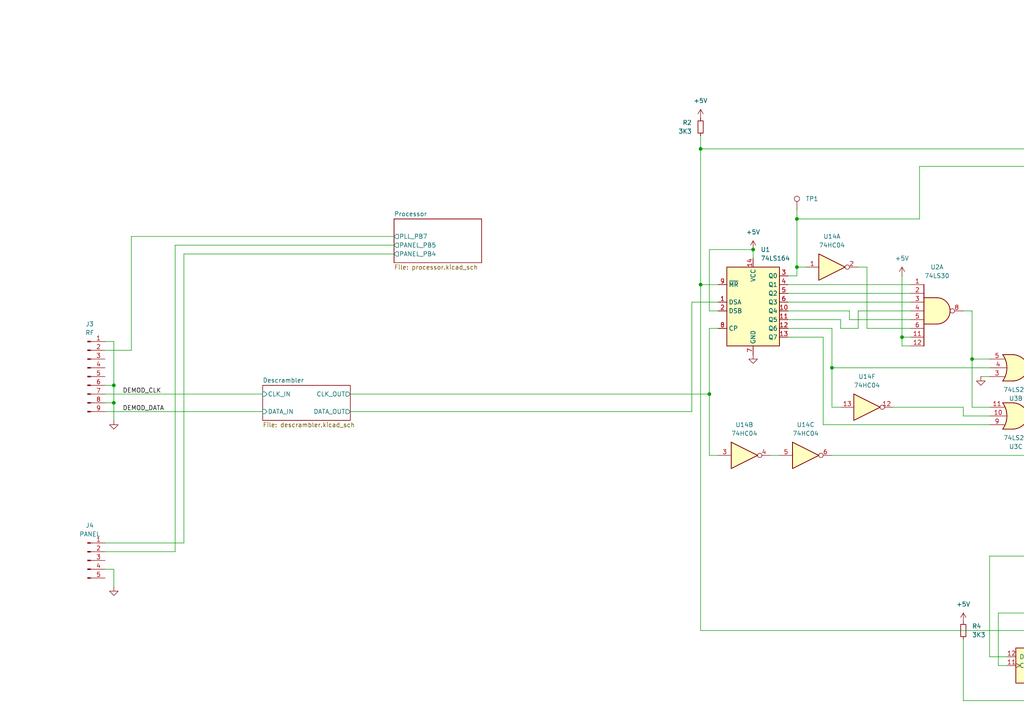
<source format=kicad_sch>
(kicad_sch (version 20231120) (generator "eeschema") (generator_version "8.0")
  (paper "A4")
  (title_block (title "NABU Network Adapter Logic (INCOMPLETE)") (date "2024-03-23") (rev "20240322") (company "ShareBrained Technology, Inc.") (comment 1 "Copyright (C) 2024 Jared Boone") (comment 2 "Open-source licensed under CERN-OHL-P-2.0") (comment 3 "https://ohwr.org/project/cernohl/wikis/Documents/CERN-OHL-version-2"))
  (lib_symbols
    (symbol "74xx:74HC04"
      (property "Reference" "U" (at 0 1.27 0))
      (property "Value" "74HC04" (at 0 -1.27 0))
      (symbol "74HC04_1_0"
        (polyline (pts (xy -3.81 3.81) (xy -3.81 -3.81) (xy 3.81 0) (xy -3.81 3.81)) (stroke (width 0.254)) (fill (type background)))
        (pin input line (at -7.62 0 0) (length 3.81) (name "~") (number "1"))
        (pin output inverted (at 7.62 0 180) (length 3.81) (name "~") (number "2"))
      )
      (symbol "74HC04_2_0"
        (polyline (pts (xy -3.81 3.81) (xy -3.81 -3.81) (xy 3.81 0) (xy -3.81 3.81)) (stroke (width 0.254)) (fill (type background)))
        (pin input line (at -7.62 0 0) (length 3.81) (name "~") (number "3"))
        (pin output inverted (at 7.62 0 180) (length 3.81) (name "~") (number "4"))
      )
      (symbol "74HC04_3_0"
        (polyline (pts (xy -3.81 3.81) (xy -3.81 -3.81) (xy 3.81 0) (xy -3.81 3.81)) (stroke (width 0.254)) (fill (type background)))
        (pin input line (at -7.62 0 0) (length 3.81) (name "~") (number "5"))
        (pin output inverted (at 7.62 0 180) (length 3.81) (name "~") (number "6"))
      )
      (symbol "74HC04_4_0"
        (polyline (pts (xy -3.81 3.81) (xy -3.81 -3.81) (xy 3.81 0) (xy -3.81 3.81)) (stroke (width 0.254)) (fill (type background)))
        (pin output inverted (at 7.62 0 180) (length 3.81) (name "~") (number "8"))
        (pin input line (at -7.62 0 0) (length 3.81) (name "~") (number "9"))
      )
      (symbol "74HC04_5_0"
        (polyline (pts (xy -3.81 3.81) (xy -3.81 -3.81) (xy 3.81 0) (xy -3.81 3.81)) (stroke (width 0.254)) (fill (type background)))
        (pin output inverted (at 7.62 0 180) (length 3.81) (name "~") (number "10"))
        (pin input line (at -7.62 0 0) (length 3.81) (name "~") (number "11"))
      )
      (symbol "74HC04_6_0"
        (polyline (pts (xy -3.81 3.81) (xy -3.81 -3.81) (xy 3.81 0) (xy -3.81 3.81)) (stroke (width 0.254)) (fill (type background)))
        (pin output inverted (at 7.62 0 180) (length 3.81) (name "~") (number "12"))
        (pin input line (at -7.62 0 0) (length 3.81) (name "~") (number "13"))
      )
      (symbol "74HC04_7_0"
        (pin power_in line (at 0 12.7 270) (length 5.08) (name "VCC") (number "14"))
        (pin power_in line (at 0 -12.7 90) (length 5.08) (name "GND") (number "7"))
      )
      (symbol "74HC04_7_1"
        (rectangle (start -5.08 7.62) (end 5.08 -7.62) (stroke (width 0.254)) (fill (type background)))
      )
    )
    (symbol "74xx:74HC164"
      (property "Reference" "U" (at 1.905 -13.97 0))
      (property "Value" "74HC164" (at 1.905 -16.51 0))
      (symbol "74HC164_0_1"
        (rectangle (start 7.62 10.16) (end -7.62 -12.7) (stroke (width 0.254)) (fill (type background)))
      )
      (symbol "74HC164_1_1"
        (pin input line (at -10.16 0 0) (length 2.54) (name "DSA") (number "1"))
        (pin output line (at 10.16 -2.54 180) (length 2.54) (name "Q4") (number "10"))
        (pin output line (at 10.16 -5.08 180) (length 2.54) (name "Q5") (number "11"))
        (pin output line (at 10.16 -7.62 180) (length 2.54) (name "Q6") (number "12"))
        (pin output line (at 10.16 -10.16 180) (length 2.54) (name "Q7") (number "13"))
        (pin power_in line (at 0 12.7 270) (length 2.54) (name "VCC") (number "14"))
        (pin input line (at -10.16 -2.54 0) (length 2.54) (name "DSB") (number "2"))
        (pin output line (at 10.16 7.62 180) (length 2.54) (name "Q0") (number "3"))
        (pin output line (at 10.16 5.08 180) (length 2.54) (name "Q1") (number "4"))
        (pin output line (at 10.16 2.54 180) (length 2.54) (name "Q2") (number "5"))
        (pin output line (at 10.16 0 180) (length 2.54) (name "Q3") (number "6"))
        (pin power_in line (at 0 -15.24 90) (length 2.54) (name "GND") (number "7"))
        (pin input line (at -10.16 -7.62 0) (length 2.54) (name "CP") (number "8"))
        (pin input line (at -10.16 5.08 0) (length 2.54) (name "~{MR}") (number "9"))
      )
    )
    (symbol "74xx:74LS00" (pin_names (offset 1.016))
      (property "Reference" "U" (at 0 1.27 0))
      (property "Value" "74LS00" (at 0 -1.27 0))
      (symbol "74LS00_1_1"
        (arc (start 0 -3.81) (mid 3.7934 0) (end 0 3.81) (stroke (width 0.254)) (fill (type background)))
        (polyline (pts (xy 0 3.81) (xy -3.81 3.81) (xy -3.81 -3.81) (xy 0 -3.81)) (stroke (width 0.254)) (fill (type background)))
        (pin input line (at -7.62 2.54 0) (length 3.81) (name "~") (number "1"))
        (pin input line (at -7.62 -2.54 0) (length 3.81) (name "~") (number "2"))
        (pin output inverted (at 7.62 0 180) (length 3.81) (name "~") (number "3"))
      )
      (symbol "74LS00_1_2"
        (arc (start -3.81 -3.81) (mid -2.589 0) (end -3.81 3.81) (stroke (width 0.254)))
        (arc (start -0.6096 -3.81) (mid 2.1842 -2.5851) (end 3.81 0) (stroke (width 0.254)) (fill (type background)))
        (polyline (pts (xy -3.81 -3.81) (xy -0.635 -3.81)) (stroke (width 0.254)) (fill (type background)))
        (polyline (pts (xy -3.81 3.81) (xy -0.635 3.81)) (stroke (width 0.254)) (fill (type background)))
        (polyline (pts (xy -0.635 3.81) (xy -3.81 3.81) (xy -3.81 3.81) (xy -3.556 3.4036) (xy -3.0226 2.2606) (xy -2.6924 1.0414) (xy -2.6162 -0.254) (xy -2.7686 -1.4986) (xy -3.175 -2.7178) (xy -3.81 -3.81) (xy -3.81 -3.81) (xy -0.635 -3.81)) (stroke (width -25.4)) (fill (type background)))
        (arc (start 3.81 0) (mid 2.1915 2.5936) (end -0.6096 3.81) (stroke (width 0.254)) (fill (type background)))
        (pin input inverted (at -7.62 2.54 0) (length 4.318) (name "~") (number "1"))
        (pin input inverted (at -7.62 -2.54 0) (length 4.318) (name "~") (number "2"))
        (pin output line (at 7.62 0 180) (length 3.81) (name "~") (number "3"))
      )
      (symbol "74LS00_2_1"
        (arc (start 0 -3.81) (mid 3.7934 0) (end 0 3.81) (stroke (width 0.254)) (fill (type background)))
        (polyline (pts (xy 0 3.81) (xy -3.81 3.81) (xy -3.81 -3.81) (xy 0 -3.81)) (stroke (width 0.254)) (fill (type background)))
        (pin input line (at -7.62 2.54 0) (length 3.81) (name "~") (number "4"))
        (pin input line (at -7.62 -2.54 0) (length 3.81) (name "~") (number "5"))
        (pin output inverted (at 7.62 0 180) (length 3.81) (name "~") (number "6"))
      )
      (symbol "74LS00_2_2"
        (arc (start -3.81 -3.81) (mid -2.589 0) (end -3.81 3.81) (stroke (width 0.254)))
        (arc (start -0.6096 -3.81) (mid 2.1842 -2.5851) (end 3.81 0) (stroke (width 0.254)) (fill (type background)))
        (polyline (pts (xy -3.81 -3.81) (xy -0.635 -3.81)) (stroke (width 0.254)) (fill (type background)))
        (polyline (pts (xy -3.81 3.81) (xy -0.635 3.81)) (stroke (width 0.254)) (fill (type background)))
        (polyline (pts (xy -0.635 3.81) (xy -3.81 3.81) (xy -3.81 3.81) (xy -3.556 3.4036) (xy -3.0226 2.2606) (xy -2.6924 1.0414) (xy -2.6162 -0.254) (xy -2.7686 -1.4986) (xy -3.175 -2.7178) (xy -3.81 -3.81) (xy -3.81 -3.81) (xy -0.635 -3.81)) (stroke (width -25.4)) (fill (type background)))
        (arc (start 3.81 0) (mid 2.1915 2.5936) (end -0.6096 3.81) (stroke (width 0.254)) (fill (type background)))
        (pin input inverted (at -7.62 2.54 0) (length 4.318) (name "~") (number "4"))
        (pin input inverted (at -7.62 -2.54 0) (length 4.318) (name "~") (number "5"))
        (pin output line (at 7.62 0 180) (length 3.81) (name "~") (number "6"))
      )
      (symbol "74LS00_3_1"
        (arc (start 0 -3.81) (mid 3.7934 0) (end 0 3.81) (stroke (width 0.254)) (fill (type background)))
        (polyline (pts (xy 0 3.81) (xy -3.81 3.81) (xy -3.81 -3.81) (xy 0 -3.81)) (stroke (width 0.254)) (fill (type background)))
        (pin input line (at -7.62 -2.54 0) (length 3.81) (name "~") (number "10"))
        (pin output inverted (at 7.62 0 180) (length 3.81) (name "~") (number "8"))
        (pin input line (at -7.62 2.54 0) (length 3.81) (name "~") (number "9"))
      )
      (symbol "74LS00_3_2"
        (arc (start -3.81 -3.81) (mid -2.589 0) (end -3.81 3.81) (stroke (width 0.254)))
        (arc (start -0.6096 -3.81) (mid 2.1842 -2.5851) (end 3.81 0) (stroke (width 0.254)) (fill (type background)))
        (polyline (pts (xy -3.81 -3.81) (xy -0.635 -3.81)) (stroke (width 0.254)) (fill (type background)))
        (polyline (pts (xy -3.81 3.81) (xy -0.635 3.81)) (stroke (width 0.254)) (fill (type background)))
        (polyline (pts (xy -0.635 3.81) (xy -3.81 3.81) (xy -3.81 3.81) (xy -3.556 3.4036) (xy -3.0226 2.2606) (xy -2.6924 1.0414) (xy -2.6162 -0.254) (xy -2.7686 -1.4986) (xy -3.175 -2.7178) (xy -3.81 -3.81) (xy -3.81 -3.81) (xy -0.635 -3.81)) (stroke (width -25.4)) (fill (type background)))
        (arc (start 3.81 0) (mid 2.1915 2.5936) (end -0.6096 3.81) (stroke (width 0.254)) (fill (type background)))
        (pin input inverted (at -7.62 -2.54 0) (length 4.318) (name "~") (number "10"))
        (pin output line (at 7.62 0 180) (length 3.81) (name "~") (number "8"))
        (pin input inverted (at -7.62 2.54 0) (length 4.318) (name "~") (number "9"))
      )
      (symbol "74LS00_4_1"
        (arc (start 0 -3.81) (mid 3.7934 0) (end 0 3.81) (stroke (width 0.254)) (fill (type background)))
        (polyline (pts (xy 0 3.81) (xy -3.81 3.81) (xy -3.81 -3.81) (xy 0 -3.81)) (stroke (width 0.254)) (fill (type background)))
        (pin output inverted (at 7.62 0 180) (length 3.81) (name "~") (number "11"))
        (pin input line (at -7.62 2.54 0) (length 3.81) (name "~") (number "12"))
        (pin input line (at -7.62 -2.54 0) (length 3.81) (name "~") (number "13"))
      )
      (symbol "74LS00_4_2"
        (arc (start -3.81 -3.81) (mid -2.589 0) (end -3.81 3.81) (stroke (width 0.254)))
        (arc (start -0.6096 -3.81) (mid 2.1842 -2.5851) (end 3.81 0) (stroke (width 0.254)) (fill (type background)))
        (polyline (pts (xy -3.81 -3.81) (xy -0.635 -3.81)) (stroke (width 0.254)) (fill (type background)))
        (polyline (pts (xy -3.81 3.81) (xy -0.635 3.81)) (stroke (width 0.254)) (fill (type background)))
        (polyline (pts (xy -0.635 3.81) (xy -3.81 3.81) (xy -3.81 3.81) (xy -3.556 3.4036) (xy -3.0226 2.2606) (xy -2.6924 1.0414) (xy -2.6162 -0.254) (xy -2.7686 -1.4986) (xy -3.175 -2.7178) (xy -3.81 -3.81) (xy -3.81 -3.81) (xy -0.635 -3.81)) (stroke (width -25.4)) (fill (type background)))
        (arc (start 3.81 0) (mid 2.1915 2.5936) (end -0.6096 3.81) (stroke (width 0.254)) (fill (type background)))
        (pin output line (at 7.62 0 180) (length 3.81) (name "~") (number "11"))
        (pin input inverted (at -7.62 2.54 0) (length 4.318) (name "~") (number "12"))
        (pin input inverted (at -7.62 -2.54 0) (length 4.318) (name "~") (number "13"))
      )
      (symbol "74LS00_5_0"
        (pin power_in line (at 0 12.7 270) (length 5.08) (name "VCC") (number "14"))
        (pin power_in line (at 0 -12.7 90) (length 5.08) (name "GND") (number "7"))
      )
      (symbol "74LS00_5_1"
        (rectangle (start -5.08 7.62) (end 5.08 -7.62) (stroke (width 0.254)) (fill (type background)))
      )
    )
    (symbol "74xx:74LS27" (pin_names (offset 1.016))
      (property "Reference" "U" (at 0 1.27 0))
      (property "Value" "74LS27" (at 0 -1.27 0))
      (symbol "74LS27_1_1"
        (arc (start -3.81 -3.81) (mid -2.589 0) (end -3.81 3.81) (stroke (width 0.254)))
        (arc (start -0.6096 -3.81) (mid 2.1842 -2.5851) (end 3.81 0) (stroke (width 0.254)) (fill (type background)))
        (polyline (pts (xy -3.81 -3.81) (xy -0.635 -3.81)) (stroke (width 0.254)) (fill (type background)))
        (polyline (pts (xy -3.81 3.81) (xy -0.635 3.81)) (stroke (width 0.254)) (fill (type background)))
        (polyline (pts (xy -0.635 3.81) (xy -3.81 3.81) (xy -3.81 3.81) (xy -3.556 3.4036) (xy -3.0226 2.2606) (xy -2.6924 1.0414) (xy -2.6162 -0.254) (xy -2.7686 -1.4986) (xy -3.175 -2.7178) (xy -3.81 -3.81) (xy -3.81 -3.81) (xy -0.635 -3.81)) (stroke (width -25.4)) (fill (type background)))
        (arc (start 3.81 0) (mid 2.1915 2.5936) (end -0.6096 3.81) (stroke (width 0.254)) (fill (type background)))
        (pin input line (at -7.62 2.54 0) (length 4.318) (name "~") (number "1"))
        (pin output inverted (at 7.62 0 180) (length 3.81) (name "~") (number "12"))
        (pin input line (at -7.62 -2.54 0) (length 4.318) (name "~") (number "13"))
        (pin input line (at -7.62 0 0) (length 4.953) (name "~") (number "2"))
      )
      (symbol "74LS27_1_2"
        (arc (start 0 -3.81) (mid 3.7934 0) (end 0 3.81) (stroke (width 0.254)) (fill (type background)))
        (polyline (pts (xy 0 3.81) (xy -3.81 3.81) (xy -3.81 -3.81) (xy 0 -3.81)) (stroke (width 0.254)) (fill (type background)))
        (pin input inverted (at -7.62 2.54 0) (length 3.81) (name "~") (number "1"))
        (pin output line (at 7.62 0 180) (length 3.81) (name "~") (number "12"))
        (pin input inverted (at -7.62 -2.54 0) (length 3.81) (name "~") (number "13"))
        (pin input inverted (at -7.62 0 0) (length 3.81) (name "~") (number "2"))
      )
      (symbol "74LS27_2_1"
        (arc (start -3.81 -3.81) (mid -2.589 0) (end -3.81 3.81) (stroke (width 0.254)))
        (arc (start -0.6096 -3.81) (mid 2.1842 -2.5851) (end 3.81 0) (stroke (width 0.254)) (fill (type background)))
        (polyline (pts (xy -3.81 -3.81) (xy -0.635 -3.81)) (stroke (width 0.254)) (fill (type background)))
        (polyline (pts (xy -3.81 3.81) (xy -0.635 3.81)) (stroke (width 0.254)) (fill (type background)))
        (polyline (pts (xy -0.635 3.81) (xy -3.81 3.81) (xy -3.81 3.81) (xy -3.556 3.4036) (xy -3.0226 2.2606) (xy -2.6924 1.0414) (xy -2.6162 -0.254) (xy -2.7686 -1.4986) (xy -3.175 -2.7178) (xy -3.81 -3.81) (xy -3.81 -3.81) (xy -0.635 -3.81)) (stroke (width -25.4)) (fill (type background)))
        (arc (start 3.81 0) (mid 2.1915 2.5936) (end -0.6096 3.81) (stroke (width 0.254)) (fill (type background)))
        (pin input line (at -7.62 2.54 0) (length 4.318) (name "~") (number "3"))
        (pin input line (at -7.62 0 0) (length 4.953) (name "~") (number "4"))
        (pin input line (at -7.62 -2.54 0) (length 4.318) (name "~") (number "5"))
        (pin output inverted (at 7.62 0 180) (length 3.81) (name "~") (number "6"))
      )
      (symbol "74LS27_2_2"
        (arc (start 0 -3.81) (mid 3.7934 0) (end 0 3.81) (stroke (width 0.254)) (fill (type background)))
        (polyline (pts (xy 0 3.81) (xy -3.81 3.81) (xy -3.81 -3.81) (xy 0 -3.81)) (stroke (width 0.254)) (fill (type background)))
        (pin input inverted (at -7.62 2.54 0) (length 3.81) (name "~") (number "3"))
        (pin input inverted (at -7.62 0 0) (length 3.81) (name "~") (number "4"))
        (pin input inverted (at -7.62 -2.54 0) (length 3.81) (name "~") (number "5"))
        (pin output line (at 7.62 0 180) (length 3.81) (name "~") (number "6"))
      )
      (symbol "74LS27_3_1"
        (arc (start -3.81 -3.81) (mid -2.589 0) (end -3.81 3.81) (stroke (width 0.254)))
        (arc (start -0.6096 -3.81) (mid 2.1842 -2.5851) (end 3.81 0) (stroke (width 0.254)) (fill (type background)))
        (polyline (pts (xy -3.81 -3.81) (xy -0.635 -3.81)) (stroke (width 0.254)) (fill (type background)))
        (polyline (pts (xy -3.81 3.81) (xy -0.635 3.81)) (stroke (width 0.254)) (fill (type background)))
        (polyline (pts (xy -0.635 3.81) (xy -3.81 3.81) (xy -3.81 3.81) (xy -3.556 3.4036) (xy -3.0226 2.2606) (xy -2.6924 1.0414) (xy -2.6162 -0.254) (xy -2.7686 -1.4986) (xy -3.175 -2.7178) (xy -3.81 -3.81) (xy -3.81 -3.81) (xy -0.635 -3.81)) (stroke (width -25.4)) (fill (type background)))
        (arc (start 3.81 0) (mid 2.1915 2.5936) (end -0.6096 3.81) (stroke (width 0.254)) (fill (type background)))
        (pin input line (at -7.62 0 0) (length 4.953) (name "~") (number "10"))
        (pin input line (at -7.62 -2.54 0) (length 4.318) (name "~") (number "11"))
        (pin output inverted (at 7.62 0 180) (length 3.81) (name "~") (number "8"))
        (pin input line (at -7.62 2.54 0) (length 4.318) (name "~") (number "9"))
      )
      (symbol "74LS27_3_2"
        (arc (start 0 -3.81) (mid 3.7934 0) (end 0 3.81) (stroke (width 0.254)) (fill (type background)))
        (polyline (pts (xy 0 3.81) (xy -3.81 3.81) (xy -3.81 -3.81) (xy 0 -3.81)) (stroke (width 0.254)) (fill (type background)))
        (pin input inverted (at -7.62 0 0) (length 3.81) (name "~") (number "10"))
        (pin input inverted (at -7.62 -2.54 0) (length 3.81) (name "~") (number "11"))
        (pin output line (at 7.62 0 180) (length 3.81) (name "~") (number "8"))
        (pin input inverted (at -7.62 2.54 0) (length 3.81) (name "~") (number "9"))
      )
      (symbol "74LS27_4_0"
        (pin power_in line (at 0 12.7 270) (length 5.08) (name "VCC") (number "14"))
        (pin power_in line (at 0 -12.7 90) (length 5.08) (name "GND") (number "7"))
      )
      (symbol "74LS27_4_1"
        (rectangle (start -5.08 7.62) (end 5.08 -7.62) (stroke (width 0.254)) (fill (type background)))
      )
    )
    (symbol "74xx:74LS30" (pin_names (offset 1.016))
      (property "Reference" "U" (at 0 1.27 0))
      (property "Value" "74LS30" (at 0 -1.27 0))
      (symbol "74LS30_1_1"
        (arc (start 0 -3.81) (mid 3.7934 0) (end 0 3.81) (stroke (width 0.254)) (fill (type background)))
        (polyline (pts (xy -3.81 7.62) (xy -3.81 -10.16)) (stroke (width 0.254)))
        (polyline (pts (xy 0 3.81) (xy -3.81 3.81) (xy -3.81 -3.81) (xy 0 -3.81)) (stroke (width 0.254)) (fill (type background)))
        (pin input line (at -7.62 7.62 0) (length 3.81) (name "~") (number "1"))
        (pin input line (at -7.62 -7.62 0) (length 3.81) (name "~") (number "11"))
        (pin input line (at -7.62 -10.16 0) (length 3.81) (name "~") (number "12"))
        (pin input line (at -7.62 5.08 0) (length 3.81) (name "~") (number "2"))
        (pin input line (at -7.62 2.54 0) (length 3.81) (name "~") (number "3"))
        (pin input line (at -7.62 0 0) (length 3.81) (name "~") (number "4"))
        (pin input line (at -7.62 -2.54 0) (length 3.81) (name "~") (number "5"))
        (pin input line (at -7.62 -5.08 0) (length 3.81) (name "~") (number "6"))
        (pin output inverted (at 7.62 0 180) (length 3.81) (name "~") (number "8"))
      )
      (symbol "74LS30_1_2"
        (arc (start -3.81 -3.81) (mid -2.589 0) (end -3.81 3.81) (stroke (width 0.254)))
        (arc (start -0.6096 -3.81) (mid 2.1842 -2.5851) (end 3.81 0) (stroke (width 0.254)) (fill (type background)))
        (polyline (pts (xy -3.81 -3.81) (xy -3.81 -10.16)) (stroke (width 0.254)))
        (polyline (pts (xy -3.81 -3.81) (xy -0.635 -3.81)) (stroke (width 0.254)) (fill (type background)))
        (polyline (pts (xy -3.81 3.81) (xy -0.635 3.81)) (stroke (width 0.254)) (fill (type background)))
        (polyline (pts (xy -3.81 7.62) (xy -3.81 3.81)) (stroke (width 0.254)))
        (polyline (pts (xy -0.635 3.81) (xy -3.81 3.81) (xy -3.81 3.81) (xy -3.556 3.4036) (xy -3.0226 2.2606) (xy -2.6924 1.0414) (xy -2.6162 -0.254) (xy -2.7686 -1.4986) (xy -3.175 -2.7178) (xy -3.81 -3.81) (xy -3.81 -3.81) (xy -0.635 -3.81)) (stroke (width -25.4)) (fill (type background)))
        (arc (start 3.81 0) (mid 2.1915 2.5936) (end -0.6096 3.81) (stroke (width 0.254)) (fill (type background)))
        (pin input inverted (at -7.62 7.62 0) (length 3.81) (name "~") (number "1"))
        (pin input inverted (at -7.62 -7.62 0) (length 3.81) (name "~") (number "11"))
        (pin input inverted (at -7.62 -10.16 0) (length 3.81) (name "~") (number "12"))
        (pin input inverted (at -7.62 5.08 0) (length 3.81) (name "~") (number "2"))
        (pin input inverted (at -7.62 2.54 0) (length 4.5466) (name "~") (number "3"))
        (pin input inverted (at -7.62 0 0) (length 5.08) (name "~") (number "4"))
        (pin input inverted (at -7.62 -2.54 0) (length 4.5466) (name "~") (number "5"))
        (pin input inverted (at -7.62 -5.08 0) (length 3.81) (name "~") (number "6"))
        (pin output line (at 7.62 0 180) (length 3.81) (name "~") (number "8"))
      )
      (symbol "74LS30_2_0"
        (pin power_in line (at 0 12.7 270) (length 5.08) (name "VCC") (number "14"))
        (pin power_in line (at 0 -12.7 90) (length 5.08) (name "GND") (number "7"))
      )
      (symbol "74LS30_2_1"
        (rectangle (start -5.08 7.62) (end 5.08 -7.62) (stroke (width 0.254)) (fill (type background)))
      )
    )
    (symbol "74xx:74LS74" (pin_names (offset 1.016))
      (property "Reference" "U" (at -7.62 8.89 0))
      (property "Value" "74LS74" (at -7.62 -8.89 0))
      (symbol "74LS74_1_0"
        (pin input line (at 0 -7.62 90) (length 2.54) (name "~{R}") (number "1"))
        (pin input line (at -7.62 2.54 0) (length 2.54) (name "D") (number "2"))
        (pin input clock (at -7.62 0 0) (length 2.54) (name "C") (number "3"))
        (pin input line (at 0 7.62 270) (length 2.54) (name "~{S}") (number "4"))
        (pin output line (at 7.62 2.54 180) (length 2.54) (name "Q") (number "5"))
        (pin output line (at 7.62 -2.54 180) (length 2.54) (name "~{Q}") (number "6"))
      )
      (symbol "74LS74_1_1"
        (rectangle (start -5.08 5.08) (end 5.08 -5.08) (stroke (width 0.254)) (fill (type background)))
      )
      (symbol "74LS74_2_0"
        (pin input line (at 0 7.62 270) (length 2.54) (name "~{S}") (number "10"))
        (pin input clock (at -7.62 0 0) (length 2.54) (name "C") (number "11"))
        (pin input line (at -7.62 2.54 0) (length 2.54) (name "D") (number "12"))
        (pin input line (at 0 -7.62 90) (length 2.54) (name "~{R}") (number "13"))
        (pin output line (at 7.62 -2.54 180) (length 2.54) (name "~{Q}") (number "8"))
        (pin output line (at 7.62 2.54 180) (length 2.54) (name "Q") (number "9"))
      )
      (symbol "74LS74_2_1"
        (rectangle (start -5.08 5.08) (end 5.08 -5.08) (stroke (width 0.254)) (fill (type background)))
      )
      (symbol "74LS74_3_0"
        (pin power_in line (at 0 10.16 270) (length 2.54) (name "VCC") (number "14"))
        (pin power_in line (at 0 -10.16 90) (length 2.54) (name "GND") (number "7"))
      )
      (symbol "74LS74_3_1"
        (rectangle (start -5.08 7.62) (end 5.08 -7.62) (stroke (width 0.254)) (fill (type background)))
      )
    )
    (symbol "Connector:Conn_01x05_Pin" (pin_names (offset 1.016) hide)
      (property "Reference" "J" (at 0 7.62 0))
      (property "Value" "Conn_01x05_Pin" (at 0 -7.62 0))
      (symbol "Conn_01x05_Pin_1_1"
        (polyline (pts (xy 1.27 -5.08) (xy 0.8636 -5.08)) (stroke (width 0.1524)))
        (polyline (pts (xy 1.27 -2.54) (xy 0.8636 -2.54)) (stroke (width 0.1524)))
        (polyline (pts (xy 1.27 0) (xy 0.8636 0)) (stroke (width 0.1524)))
        (polyline (pts (xy 1.27 2.54) (xy 0.8636 2.54)) (stroke (width 0.1524)))
        (polyline (pts (xy 1.27 5.08) (xy 0.8636 5.08)) (stroke (width 0.1524)))
        (rectangle (start 0.8636 -4.953) (end 0 -5.207) (stroke (width 0.1524)) (fill (type outline)))
        (rectangle (start 0.8636 -2.413) (end 0 -2.667) (stroke (width 0.1524)) (fill (type outline)))
        (rectangle (start 0.8636 0.127) (end 0 -0.127) (stroke (width 0.1524)) (fill (type outline)))
        (rectangle (start 0.8636 2.667) (end 0 2.413) (stroke (width 0.1524)) (fill (type outline)))
        (rectangle (start 0.8636 5.207) (end 0 4.953) (stroke (width 0.1524)) (fill (type outline)))
        (pin passive line (at 5.08 5.08 180) (length 3.81) (name "Pin_1") (number "1"))
        (pin passive line (at 5.08 2.54 180) (length 3.81) (name "Pin_2") (number "2"))
        (pin passive line (at 5.08 0 180) (length 3.81) (name "Pin_3") (number "3"))
        (pin passive line (at 5.08 -2.54 180) (length 3.81) (name "Pin_4") (number "4"))
        (pin passive line (at 5.08 -5.08 180) (length 3.81) (name "Pin_5") (number "5"))
      )
    )
    (symbol "Connector:Conn_01x09_Pin" (pin_names (offset 1.016) hide)
      (property "Reference" "J" (at 0 12.7 0))
      (property "Value" "Conn_01x09_Pin" (at 0 -12.7 0))
      (symbol "Conn_01x09_Pin_1_1"
        (polyline (pts (xy 1.27 -10.16) (xy 0.8636 -10.16)) (stroke (width 0.1524)))
        (polyline (pts (xy 1.27 -7.62) (xy 0.8636 -7.62)) (stroke (width 0.1524)))
        (polyline (pts (xy 1.27 -5.08) (xy 0.8636 -5.08)) (stroke (width 0.1524)))
        (polyline (pts (xy 1.27 -2.54) (xy 0.8636 -2.54)) (stroke (width 0.1524)))
        (polyline (pts (xy 1.27 0) (xy 0.8636 0)) (stroke (width 0.1524)))
        (polyline (pts (xy 1.27 2.54) (xy 0.8636 2.54)) (stroke (width 0.1524)))
        (polyline (pts (xy 1.27 5.08) (xy 0.8636 5.08)) (stroke (width 0.1524)))
        (polyline (pts (xy 1.27 7.62) (xy 0.8636 7.62)) (stroke (width 0.1524)))
        (polyline (pts (xy 1.27 10.16) (xy 0.8636 10.16)) (stroke (width 0.1524)))
        (rectangle (start 0.8636 -10.033) (end 0 -10.287) (stroke (width 0.1524)) (fill (type outline)))
        (rectangle (start 0.8636 -7.493) (end 0 -7.747) (stroke (width 0.1524)) (fill (type outline)))
        (rectangle (start 0.8636 -4.953) (end 0 -5.207) (stroke (width 0.1524)) (fill (type outline)))
        (rectangle (start 0.8636 -2.413) (end 0 -2.667) (stroke (width 0.1524)) (fill (type outline)))
        (rectangle (start 0.8636 0.127) (end 0 -0.127) (stroke (width 0.1524)) (fill (type outline)))
        (rectangle (start 0.8636 2.667) (end 0 2.413) (stroke (width 0.1524)) (fill (type outline)))
        (rectangle (start 0.8636 5.207) (end 0 4.953) (stroke (width 0.1524)) (fill (type outline)))
        (rectangle (start 0.8636 7.747) (end 0 7.493) (stroke (width 0.1524)) (fill (type outline)))
        (rectangle (start 0.8636 10.287) (end 0 10.033) (stroke (width 0.1524)) (fill (type outline)))
        (pin passive line (at 5.08 10.16 180) (length 3.81) (name "Pin_1") (number "1"))
        (pin passive line (at 5.08 7.62 180) (length 3.81) (name "Pin_2") (number "2"))
        (pin passive line (at 5.08 5.08 180) (length 3.81) (name "Pin_3") (number "3"))
        (pin passive line (at 5.08 2.54 180) (length 3.81) (name "Pin_4") (number "4"))
        (pin passive line (at 5.08 0 180) (length 3.81) (name "Pin_5") (number "5"))
        (pin passive line (at 5.08 -2.54 180) (length 3.81) (name "Pin_6") (number "6"))
        (pin passive line (at 5.08 -5.08 180) (length 3.81) (name "Pin_7") (number "7"))
        (pin passive line (at 5.08 -7.62 180) (length 3.81) (name "Pin_8") (number "8"))
        (pin passive line (at 5.08 -10.16 180) (length 3.81) (name "Pin_9") (number "9"))
      )
    )
    (symbol "Connector:TestPoint" (pin_numbers hide) (pin_names (offset 0.762) hide)
      (property "Reference" "TP" (at 0 6.858 0))
      (property "Value" "TestPoint" (at 0 5.08 0))
      (symbol "TestPoint_0_1"
        (circle (center 0 3.302) (radius 0.762))
      )
      (symbol "TestPoint_1_1"
        (pin passive line (at 0 0 90) (length 2.54) (name "1") (number "1"))
      )
    )
    (symbol "Device:R_Small" (pin_numbers hide) (pin_names (offset 0.254) hide)
      (property "Reference" "R" (at 0.762 0.508 0))
      (property "Value" "R_Small" (at 0.762 -1.016 0))
      (symbol "R_Small_0_1"
        (rectangle (start -0.762 1.778) (end 0.762 -1.778) (stroke (width 0.2032)))
      )
      (symbol "R_Small_1_1"
        (pin passive line (at 0 2.54 270) (length 0.762) (name "~") (number "1"))
        (pin passive line (at 0 -2.54 90) (length 0.762) (name "~") (number "2"))
      )
    )
    (symbol "power:+5V" (power) (pin_numbers hide) (pin_names (offset 0) hide)
      (property "Value" "+5V" (at 0 3.556 0))
      (symbol "+5V_0_1"
        (polyline (pts (xy -0.762 1.27) (xy 0 2.54)))
        (polyline (pts (xy 0 0) (xy 0 2.54)))
        (polyline (pts (xy 0 2.54) (xy 0.762 1.27)))
      )
      (symbol "+5V_1_1"
        (pin power_in line (at 0 0 90) (length 0) (name "~") (number "1"))
      )
    )
    (symbol "power:GND" (power) (pin_numbers hide) (pin_names (offset 0) hide)
      (property "Value" "GND" (at 0 -3.81 0))
      (symbol "GND_0_1"
        (polyline (pts (xy 0 0) (xy 0 -1.27) (xy 1.27 -1.27) (xy 0 -2.54) (xy -1.27 -1.27) (xy 0 -1.27)))
      )
      (symbol "GND_1_1"
        (pin power_in line (at 0 0 270) (length 0) (name "~") (number "1"))
      )
    )
  )
  (junction (at 231.14 63.5))
  (junction (at 203.2 82.55))
  (junction (at 363.22 203.2))
  (junction (at 383.54 236.22))
  (junction (at 299.72 182.88))
  (junction (at 33.02 116.84))
  (junction (at 339.09 190.5))
  (junction (at 325.12 134.62))
  (junction (at 345.44 134.62))
  (junction (at 312.42 33.02))
  (junction (at 218.44 72.39))
  (junction (at 314.96 205.74))
  (junction (at 379.73 92.71))
  (junction (at 241.3 106.68))
  (junction (at 33.02 111.76))
  (junction (at 367.03 72.39))
  (junction (at 312.42 152.4))
  (junction (at 231.14 77.47))
  (junction (at 205.74 114.3))
  (junction (at 203.2 43.18))
  (junction (at 261.62 97.79))
  (junction (at 389.89 97.79))
  (junction (at 347.98 120.65))
  (junction (at 281.94 104.14))
  (no_connect (at 396.24 190.5))
  (no_connect (at 370.84 195.58))
  (no_connect (at 387.35 80.01))
  (wire (pts (xy 228.6 92.71) (xy 243.84 92.71)))
  (wire (pts (xy 389.89 161.29) (xy 389.89 97.79)))
  (wire (pts (xy 325.12 134.62) (xy 327.66 134.62)))
  (wire (pts (xy 347.98 120.65) (xy 347.98 105.41)))
  (wire (pts (xy 304.8 134.62) (xy 307.34 134.62)))
  (wire (pts (xy 231.14 63.5) (xy 231.14 77.47)))
  (wire (pts (xy 38.1 101.6) (xy 38.1 68.58)))
  (wire (pts (xy 354.33 92.71) (xy 379.73 92.71)))
  (wire (pts (xy 360.68 233.68) (xy 365.76 233.68)))
  (wire (pts (xy 33.02 165.1) (xy 33.02 170.18)))
  (wire (pts (xy 279.4 203.2) (xy 325.12 203.2)))
  (wire (pts (xy 302.26 120.65) (xy 307.34 120.65)))
  (wire (pts (xy 33.02 116.84) (xy 33.02 121.92)))
  (wire (pts (xy 414.02 49.53) (xy 414.02 54.61)))
  (wire (pts (xy 228.6 97.79) (xy 238.76 97.79)))
  (wire (pts (xy 205.74 72.39) (xy 218.44 72.39)))
  (wire (pts (xy 342.9 134.62) (xy 345.44 134.62)))
  (wire (pts (xy 203.2 82.55) (xy 203.2 182.88)))
  (wire (pts (xy 246.38 90.17) (xy 246.38 92.71)))
  (wire (pts (xy 364.49 80.01) (xy 364.49 63.5)))
  (wire (pts (xy 289.56 193.04) (xy 292.1 193.04)))
  (wire (pts (xy 364.49 63.5) (xy 367.03 63.5)))
  (wire (pts (xy 299.72 55.88) (xy 302.26 55.88)))
  (wire (pts (xy 30.48 165.1) (xy 33.02 165.1)))
  (wire (pts (xy 241.3 106.68) (xy 287.02 106.68)))
  (wire (pts (xy 279.4 90.17) (xy 281.94 90.17)))
  (wire (pts (xy 354.33 90.17) (xy 354.33 92.71)))
  (wire (pts (xy 33.02 99.06) (xy 33.02 111.76)))
  (wire (pts (xy 317.5 190.5) (xy 314.96 190.5)))
  (wire (pts (xy 322.58 40.64) (xy 342.9 40.64)))
  (wire (pts (xy 261.62 100.33) (xy 261.62 97.79)))
  (wire (pts (xy 203.2 82.55) (xy 208.28 82.55)))
  (wire (pts (xy 266.7 63.5) (xy 266.7 48.26)))
  (wire (pts (xy 228.6 90.17) (xy 246.38 90.17)))
  (wire (pts (xy 231.14 60.96) (xy 231.14 63.5)))
  (wire (pts (xy 200.66 87.63) (xy 208.28 87.63)))
  (wire (pts (xy 325.12 152.4) (xy 325.12 134.62)))
  (wire (pts (xy 367.03 72.39) (xy 379.73 72.39)))
  (wire (pts (xy 200.66 119.38) (xy 200.66 87.63)))
  (wire (pts (xy 307.34 137.16) (xy 304.8 137.16)))
  (wire (pts (xy 264.16 95.25) (xy 251.46 95.25)))
  (wire (pts (xy 205.74 132.08) (xy 208.28 132.08)))
  (wire (pts (xy 53.34 73.66) (xy 114.3 73.66)))
  (wire (pts (xy 279.4 120.65) (xy 279.4 118.11)))
  (wire (pts (xy 322.58 58.42) (xy 342.9 58.42)))
  (wire (pts (xy 266.7 48.26) (xy 302.26 48.26)))
  (wire (pts (xy 287.02 120.65) (xy 279.4 120.65)))
  (wire (pts (xy 389.89 85.09) (xy 387.35 85.09)))
  (wire (pts (xy 101.6 119.38) (xy 200.66 119.38)))
  (wire (pts (xy 246.38 92.71) (xy 264.16 92.71)))
  (wire (pts (xy 322.58 43.18) (xy 342.9 43.18)))
  (wire (pts (xy 243.84 92.71) (xy 243.84 95.25)))
  (wire (pts (xy 322.58 134.62) (xy 325.12 134.62)))
  (wire (pts (xy 344.17 95.25) (xy 364.49 95.25)))
  (wire (pts (xy 251.46 95.25) (xy 251.46 77.47)))
  (wire (pts (xy 322.58 45.72) (xy 342.9 45.72)))
  (wire (pts (xy 302.26 106.68) (xy 304.8 106.68)))
  (wire (pts (xy 347.98 105.41) (xy 367.03 105.41)))
  (wire (pts (xy 205.74 114.3) (xy 205.74 132.08)))
  (wire (pts (xy 339.09 190.5) (xy 339.09 236.22)))
  (wire (pts (xy 335.28 195.58) (xy 332.74 195.58)))
  (wire (pts (xy 361.95 80.01) (xy 364.49 80.01)))
  (wire (pts (xy 383.54 236.22) (xy 386.08 236.22)))
  (wire (pts (xy 341.63 97.79) (xy 389.89 97.79)))
  (wire (pts (xy 345.44 177.8) (xy 289.56 177.8)))
  (wire (pts (xy 345.44 134.62) (xy 345.44 177.8)))
  (wire (pts (xy 332.74 190.5) (xy 339.09 190.5)))
  (wire (pts (xy 363.22 203.2) (xy 363.22 200.66)))
  (wire (pts (xy 325.12 182.88) (xy 325.12 185.42)))
  (wire (pts (xy 208.28 90.17) (xy 205.74 90.17)))
  (wire (pts (xy 287.02 190.5) (xy 287.02 161.29)))
  (wire (pts (xy 281.94 104.14) (xy 287.02 104.14)))
  (wire (pts (xy 30.48 119.38) (xy 76.2 119.38)))
  (wire (pts (xy 261.62 97.79) (xy 264.16 97.79)))
  (wire (pts (xy 364.49 85.09) (xy 361.95 85.09)))
  (wire (pts (xy 299.72 205.74) (xy 299.72 200.66)))
  (wire (pts (xy 231.14 77.47) (xy 233.68 77.47)))
  (wire (pts (xy 353.06 182.88) (xy 353.06 203.2)))
  (wire (pts (xy 248.92 90.17) (xy 264.16 90.17)))
  (wire (pts (xy 386.08 241.3) (xy 383.54 241.3)))
  (wire (pts (xy 325.12 203.2) (xy 325.12 200.66)))
  (wire (pts (xy 347.98 120.65) (xy 347.98 205.74)))
  (wire (pts (xy 369.57 82.55) (xy 369.57 134.62)))
  (wire (pts (xy 312.42 193.04) (xy 312.42 152.4)))
  (wire (pts (xy 30.48 99.06) (xy 33.02 99.06)))
  (wire (pts (xy 243.84 95.25) (xy 248.92 95.25)))
  (wire (pts (xy 339.09 236.22) (xy 345.44 236.22)))
  (wire (pts (xy 363.22 182.88) (xy 363.22 185.42)))
  (wire (pts (xy 299.72 78.74) (xy 299.72 55.88)))
  (wire (pts (xy 30.48 157.48) (xy 53.34 157.48)))
  (wire (pts (xy 322.58 48.26) (xy 342.9 48.26)))
  (wire (pts (xy 238.76 97.79) (xy 238.76 123.19)))
  (wire (pts (xy 238.76 123.19) (xy 287.02 123.19)))
  (wire (pts (xy 379.73 72.39) (xy 379.73 74.93)))
  (wire (pts (xy 383.54 241.3) (xy 383.54 236.22)))
  (wire (pts (xy 381 236.22) (xy 383.54 236.22)))
  (wire (pts (xy 369.57 134.62) (xy 345.44 134.62)))
  (wire (pts (xy 228.6 85.09) (xy 264.16 85.09)))
  (wire (pts (xy 379.73 148.59) (xy 379.73 92.71)))
  (wire (pts (xy 344.17 80.01) (xy 344.17 95.25)))
  (wire (pts (xy 354.33 72.39) (xy 367.03 72.39)))
  (wire (pts (xy 50.8 71.12) (xy 50.8 160.02)))
  (wire (pts (xy 30.48 111.76) (xy 33.02 111.76)))
  (wire (pts (xy 33.02 111.76) (xy 33.02 116.84)))
  (wire (pts (xy 53.34 157.48) (xy 53.34 73.66)))
  (wire (pts (xy 381 190.5) (xy 375.92 190.5)))
  (wire (pts (xy 241.3 132.08) (xy 307.34 132.08)))
  (wire (pts (xy 388.62 200.66) (xy 388.62 203.2)))
  (wire (pts (xy 241.3 95.25) (xy 241.3 106.68)))
  (wire (pts (xy 299.72 50.8) (xy 299.72 33.02)))
  (wire (pts (xy 299.72 185.42) (xy 299.72 182.88)))
  (wire (pts (xy 414.02 54.61) (xy 416.56 54.61)))
  (wire (pts (xy 304.8 106.68) (xy 304.8 134.62)))
  (wire (pts (xy 241.3 106.68) (xy 241.3 118.11)))
  (wire (pts (xy 354.33 74.93) (xy 354.33 72.39)))
  (wire (pts (xy 261.62 80.01) (xy 261.62 97.79)))
  (wire (pts (xy 322.58 120.65) (xy 347.98 120.65)))
  (wire (pts (xy 364.49 95.25) (xy 364.49 85.09)))
  (wire (pts (xy 341.63 82.55) (xy 341.63 97.79)))
  (wire (pts (xy 228.6 87.63) (xy 264.16 87.63)))
  (wire (pts (xy 314.96 205.74) (xy 299.72 205.74)))
  (wire (pts (xy 289.56 177.8) (xy 289.56 193.04)))
  (wire (pts (xy 325.12 78.74) (xy 325.12 134.62)))
  (wire (pts (xy 30.48 101.6) (xy 38.1 101.6)))
  (wire (pts (xy 314.96 190.5) (xy 314.96 205.74)))
  (wire (pts (xy 279.4 203.2) (xy 279.4 185.42)))
  (wire (pts (xy 346.71 80.01) (xy 344.17 80.01)))
  (wire (pts (xy 416.56 49.53) (xy 414.02 49.53)))
  (wire (pts (xy 281.94 90.17) (xy 281.94 104.14)))
  (wire (pts (xy 114.3 71.12) (xy 50.8 71.12)))
  (wire (pts (xy 38.1 68.58) (xy 114.3 68.58)))
  (wire (pts (xy 346.71 82.55) (xy 341.63 82.55)))
  (wire (pts (xy 312.42 33.02) (xy 312.42 35.56)))
  (wire (pts (xy 312.42 152.4) (xy 325.12 152.4)))
  (wire (pts (xy 205.74 114.3) (xy 205.74 95.25)))
  (wire (pts (xy 339.09 190.5) (xy 339.09 148.59)))
  (wire (pts (xy 339.09 148.59) (xy 379.73 148.59)))
  (wire (pts (xy 203.2 39.37) (xy 203.2 43.18)))
  (wire (pts (xy 292.1 190.5) (xy 287.02 190.5)))
  (wire (pts (xy 363.22 203.2) (xy 388.62 203.2)))
  (wire (pts (xy 302.26 50.8) (xy 299.72 50.8)))
  (wire (pts (xy 203.2 43.18) (xy 203.2 82.55)))
  (wire (pts (xy 228.6 80.01) (xy 231.14 80.01)))
  (wire (pts (xy 241.3 118.11) (xy 243.84 118.11)))
  (wire (pts (xy 347.98 205.74) (xy 314.96 205.74)))
  (wire (pts (xy 281.94 104.14) (xy 281.94 118.11)))
  (wire (pts (xy 317.5 193.04) (xy 312.42 193.04)))
  (wire (pts (xy 203.2 43.18) (xy 302.26 43.18)))
  (wire (pts (xy 353.06 203.2) (xy 363.22 203.2)))
  (wire (pts (xy 205.74 95.25) (xy 208.28 95.25)))
  (wire (pts (xy 284.48 109.22) (xy 287.02 109.22)))
  (wire (pts (xy 379.73 92.71) (xy 379.73 90.17)))
  (wire (pts (xy 322.58 55.88) (xy 342.9 55.88)))
  (wire (pts (xy 375.92 190.5) (xy 375.92 205.74)))
  (wire (pts (xy 299.72 33.02) (xy 312.42 33.02)))
  (wire (pts (xy 30.48 116.84) (xy 33.02 116.84)))
  (wire (pts (xy 299.72 182.88) (xy 325.12 182.88)))
  (wire (pts (xy 325.12 78.74) (xy 299.72 78.74)))
  (wire (pts (xy 228.6 82.55) (xy 264.16 82.55)))
  (wire (pts (xy 279.4 118.11) (xy 259.08 118.11)))
  (wire (pts (xy 248.92 95.25) (xy 248.92 90.17)))
  (wire (pts (xy 203.2 182.88) (xy 299.72 182.88)))
  (wire (pts (xy 312.42 149.86) (xy 312.42 152.4)))
  (wire (pts (xy 50.8 160.02) (xy 30.48 160.02)))
  (wire (pts (xy 287.02 161.29) (xy 389.89 161.29)))
  (wire (pts (xy 322.58 50.8) (xy 342.9 50.8)))
  (wire (pts (xy 389.89 97.79) (xy 389.89 85.09)))
  (wire (pts (xy 251.46 77.47) (xy 248.92 77.47)))
  (wire (pts (xy 218.44 72.39) (xy 218.44 74.93)))
  (wire (pts (xy 287.02 118.11) (xy 281.94 118.11)))
  (wire (pts (xy 322.58 53.34) (xy 342.9 53.34)))
  (wire (pts (xy 101.6 114.3) (xy 205.74 114.3)))
  (wire (pts (xy 264.16 100.33) (xy 261.62 100.33)))
  (wire (pts (xy 231.14 63.5) (xy 266.7 63.5)))
  (wire (pts (xy 355.6 193.04) (xy 335.28 193.04)))
  (wire (pts (xy 372.11 82.55) (xy 369.57 82.55)))
  (wire (pts (xy 335.28 193.04) (xy 335.28 195.58)))
  (wire (pts (xy 30.48 114.3) (xy 76.2 114.3)))
  (wire (pts (xy 205.74 90.17) (xy 205.74 72.39)))
  (wire (pts (xy 367.03 105.41) (xy 367.03 72.39)))
  (wire (pts (xy 231.14 80.01) (xy 231.14 77.47)))
  (wire (pts (xy 223.52 132.08) (xy 226.06 132.08)))
  (wire (pts (xy 228.6 95.25) (xy 241.3 95.25)))
  (label "DEMOD_CLK" (at 35.56 114.3 0))
  (label "DEMOD_DATA" (at 35.56 119.38 0))
  (symbol (lib_id "Device:R_Small") (at 279.4 182.88 0) (unit 1)
    (property "Reference" "R4" (at 281.94 181.6099 0) (effects (justify left)))
    (property "Value" "3K3" (at 281.94 184.1499 0) (effects (justify left)))
    (property "Description" "Resistor, small symbol" (effects (hide yes)))
  )
  (symbol (lib_id "power:+5V") (at 261.62 80.01 0) (unit 1)
    (property "Reference" "#PWR013" (effects (hide yes)))
    (property "Value" "+5V" (at 261.62 74.93 0))
    (property "Description" "Power symbol creates a global label with name \"+5V\"" (effects (hide yes)))
  )
  (symbol (lib_id "74xx:74HC04") (at 314.96 120.65 0) (unit 5)
    (property "Reference" "U14" (at 314.96 111.76 0))
    (property "Value" "74HC04" (at 314.96 114.3 0))
    (property "Datasheet" "https://assets.nexperia.com/documents/data-sheet/74HC_HCT04.pdf" (effects (hide yes)))
    (property "Description" "Hex Inverter" (effects (hide yes)))
  )
  (symbol (lib_id "power:GND") (at 284.48 109.22 0) (unit 1)
    (property "Reference" "#PWR016" (effects (hide yes)))
    (property "Value" "GND" (effects (hide yes)))
    (property "Description" "Power symbol creates a global label with name \"GND\" , ground" (effects (hide yes)))
  )
  (symbol (lib_id "74xx:74LS74") (at 299.72 193.04 0) (unit 2)
    (property "Reference" "U22" (at 301.9141 182.88 0) (effects (justify left)))
    (property "Value" "74LS74" (at 301.9141 185.42 0) (effects (justify left)))
    (property "Datasheet" "74xx/74hc_hct74.pdf" (effects (hide yes)))
    (property "Description" "Dual D Flip-flop, Set & Reset" (effects (hide yes)))
  )
  (symbol (lib_id "power:GND") (at 375.92 205.74 0) (unit 1)
    (property "Reference" "#PWR019" (effects (hide yes)))
    (property "Value" "GND" (effects (hide yes)))
    (property "Description" "Power symbol creates a global label with name \"GND\" , ground" (effects (hide yes)))
  )
  (symbol (lib_id "74xx:74LS00") (at 353.06 233.68 0) (unit 1)
    (property "Reference" "U23" (at 353.0517 224.79 0))
    (property "Value" "74LS00" (at 353.0517 227.33 0))
    (property "Datasheet" "http://www.ti.com/lit/gpn/sn74ls00" (effects (hide yes)))
    (property "Description" "quad 2-input NAND gate" (effects (hide yes)))
  )
  (symbol (lib_id "74xx:74LS74") (at 354.33 82.55 0) (unit 2)
    (property "Reference" "U15" (at 356.5241 72.39 0) (effects (justify left)))
    (property "Value" "74LS74" (at 356.5241 74.93 0) (effects (justify left)))
    (property "Datasheet" "74xx/74hc_hct74.pdf" (effects (hide yes)))
    (property "Description" "Dual D Flip-flop, Set & Reset" (effects (hide yes)))
  )
  (symbol (lib_id "Device:R_Small") (at 353.06 180.34 0) (unit 1)
    (property "Reference" "R10" (at 355.6 179.0699 0) (effects (justify left)))
    (property "Value" "3K3" (at 355.6 181.6099 0) (effects (justify left)))
    (property "Description" "Resistor, small symbol" (effects (hide yes)))
  )
  (symbol (lib_id "74xx:74LS27") (at 294.64 120.65 0) (mirror x) (unit 3)
    (property "Reference" "U3" (at 294.64 129.54 0))
    (property "Value" "74LS27" (at 294.64 127 0))
    (property "Datasheet" "http://www.ti.com/lit/gpn/sn74LS27" (effects (hide yes)))
    (property "Description" "Triple 3-input NOR" (effects (hide yes)))
  )
  (symbol (lib_id "power:GND") (at 312.42 63.5 0) (unit 1)
    (property "Reference" "#PWR022" (effects (hide yes)))
    (property "Value" "GND" (effects (hide yes)))
    (property "Description" "Power symbol creates a global label with name \"GND\" , ground" (effects (hide yes)))
  )
  (symbol (lib_id "74xx:74HC04") (at 251.46 118.11 0) (unit 6)
    (property "Reference" "U14" (at 251.46 109.22 0))
    (property "Value" "74HC04" (at 251.46 111.76 0))
    (property "Datasheet" "https://assets.nexperia.com/documents/data-sheet/74HC_HCT04.pdf" (effects (hide yes)))
    (property "Description" "Hex Inverter" (effects (hide yes)))
  )
  (symbol (lib_id "power:+5V") (at 353.06 177.8 0) (unit 1)
    (property "Reference" "#PWR018" (effects (hide yes)))
    (property "Value" "+5V" (at 353.06 172.72 0))
    (property "Description" "Power symbol creates a global label with name \"+5V\"" (effects (hide yes)))
  )
  (symbol (lib_id "power:GND") (at 33.02 121.92 0) (unit 1)
    (property "Reference" "#PWR023" (effects (hide yes)))
    (property "Value" "GND" (effects (hide yes)))
    (property "Description" "Power symbol creates a global label with name \"GND\" , ground" (effects (hide yes)))
  )
  (symbol (lib_id "74xx:74LS27") (at 314.96 134.62 0) (mirror x) (unit 1)
    (property "Reference" "U3" (at 314.96 143.51 0))
    (property "Value" "74LS27" (at 314.96 140.97 0))
    (property "Datasheet" "http://www.ti.com/lit/gpn/sn74LS27" (effects (hide yes)))
    (property "Description" "Triple 3-input NOR" (effects (hide yes)))
  )
  (symbol (lib_id "power:+5V") (at 312.42 33.02 0) (unit 1)
    (property "Reference" "#PWR021" (effects (hide yes)))
    (property "Value" "+5V" (at 312.42 27.94 0))
    (property "Description" "Power symbol creates a global label with name \"+5V\"" (effects (hide yes)))
  )
  (symbol (lib_id "Device:R_Small") (at 203.2 36.83 0) (unit 1)
    (property "Reference" "R2" (at 200.66 35.5599 0) (effects (justify right)))
    (property "Value" "3K3" (at 200.66 38.0999 0) (effects (justify right)))
    (property "Description" "Resistor, small symbol" (effects (hide yes)))
  )
  (symbol (lib_id "74xx:74LS27") (at 294.64 106.68 0) (mirror x) (unit 2)
    (property "Reference" "U3" (at 294.64 115.57 0))
    (property "Value" "74LS27" (at 294.64 113.03 0))
    (property "Datasheet" "http://www.ti.com/lit/gpn/sn74LS27" (effects (hide yes)))
    (property "Description" "Triple 3-input NOR" (effects (hide yes)))
  )
  (symbol (lib_id "74xx:74HC04") (at 374.65 63.5 0) (unit 4)
    (property "Reference" "U14" (at 374.65 54.61 0))
    (property "Value" "74HC04" (at 374.65 57.15 0))
    (property "Datasheet" "https://assets.nexperia.com/documents/data-sheet/74HC_HCT04.pdf" (effects (hide yes)))
    (property "Description" "Hex Inverter" (effects (hide yes)))
  )
  (symbol (lib_id "power:+5V") (at 363.22 177.8 0) (unit 1)
    (property "Reference" "#PWR020" (effects (hide yes)))
    (property "Value" "+5V" (at 363.22 172.72 0))
    (property "Description" "Power symbol creates a global label with name \"+5V\"" (effects (hide yes)))
  )
  (symbol (lib_id "power:+5V") (at 203.2 34.29 0) (unit 1)
    (property "Reference" "#PWR012" (effects (hide yes)))
    (property "Value" "+5V" (at 203.2 29.21 0))
    (property "Description" "Power symbol creates a global label with name \"+5V\"" (effects (hide yes)))
  )
  (symbol (lib_id "74xx:74HC04") (at 233.68 132.08 0) (unit 3)
    (property "Reference" "U14" (at 233.68 123.19 0))
    (property "Value" "74HC04" (at 233.68 125.73 0))
    (property "Datasheet" "https://assets.nexperia.com/documents/data-sheet/74HC_HCT04.pdf" (effects (hide yes)))
    (property "Description" "Hex Inverter" (effects (hide yes)))
  )
  (symbol (lib_id "Device:R_Small") (at 363.22 180.34 0) (unit 1)
    (property "Reference" "R9" (at 365.76 179.0699 0) (effects (justify left)))
    (property "Value" "3K3" (at 365.76 181.6099 0) (effects (justify left)))
    (property "Description" "Resistor, small symbol" (effects (hide yes)))
  )
  (symbol (lib_id "power:+5V") (at 218.44 72.39 0) (unit 1)
    (property "Reference" "#PWR08" (effects (hide yes)))
    (property "Value" "+5V" (at 218.44 67.31 0))
    (property "Description" "Power symbol creates a global label with name \"+5V\"" (effects (hide yes)))
  )
  (symbol (lib_id "74xx:74HC04") (at 241.3 77.47 0) (unit 1)
    (property "Reference" "U14" (at 241.3 68.58 0))
    (property "Value" "74HC04" (at 241.3 71.12 0))
    (property "Datasheet" "https://assets.nexperia.com/documents/data-sheet/74HC_HCT04.pdf" (effects (hide yes)))
    (property "Description" "Hex Inverter" (effects (hide yes)))
  )
  (symbol (lib_id "Connector:Conn_01x05_Pin") (at 25.4 162.56 0) (unit 1)
    (property "Reference" "J4" (at 26.035 152.4 0))
    (property "Value" "PANEL" (at 26.035 154.94 0))
    (property "Description" "Generic connector, single row, 01x05, script generated" (effects (hide yes)))
  )
  (symbol (lib_id "74xx:74LS00") (at 393.7 238.76 0) (unit 3)
    (property "Reference" "U23" (at 393.6917 229.87 0))
    (property "Value" "74LS00" (at 393.6917 232.41 0))
    (property "Datasheet" "http://www.ti.com/lit/gpn/sn74ls00" (effects (hide yes)))
    (property "Description" "quad 2-input NAND gate" (effects (hide yes)))
  )
  (symbol (lib_id "74xx:74HC04") (at 215.9 132.08 0) (unit 2)
    (property "Reference" "U14" (at 215.9 123.19 0))
    (property "Value" "74HC04" (at 215.9 125.73 0))
    (property "Datasheet" "https://assets.nexperia.com/documents/data-sheet/74HC_HCT04.pdf" (effects (hide yes)))
    (property "Description" "Hex Inverter" (effects (hide yes)))
  )
  (symbol (lib_id "power:+5V") (at 279.4 180.34 0) (unit 1)
    (property "Reference" "#PWR017" (effects (hide yes)))
    (property "Value" "+5V" (at 279.4 175.26 0))
    (property "Description" "Power symbol creates a global label with name \"+5V\"" (effects (hide yes)))
  )
  (symbol (lib_id "74xx:74LS74") (at 379.73 82.55 0) (unit 1)
    (property "Reference" "U15" (at 381.9241 72.39 0) (effects (justify left)))
    (property "Value" "74LS74" (at 381.9241 74.93 0) (effects (justify left)))
    (property "Datasheet" "74xx/74hc_hct74.pdf" (effects (hide yes)))
    (property "Description" "Dual D Flip-flop, Set & Reset" (effects (hide yes)))
  )
  (symbol (lib_id "74xx:74LS00") (at 373.38 236.22 0) (unit 2)
    (property "Reference" "U23" (at 373.3717 227.33 0))
    (property "Value" "74LS00" (at 373.3717 229.87 0))
    (property "Datasheet" "http://www.ti.com/lit/gpn/sn74ls00" (effects (hide yes)))
    (property "Description" "quad 2-input NAND gate" (effects (hide yes)))
  )
  (symbol (lib_id "power:GND") (at 218.44 102.87 0) (unit 1)
    (property "Reference" "#PWR04" (effects (hide yes)))
    (property "Value" "GND" (effects (hide yes)))
    (property "Description" "Power symbol creates a global label with name \"GND\" , ground" (effects (hide yes)))
  )
  (symbol (lib_id "Connector:Conn_01x09_Pin") (at 25.4 109.22 0) (unit 1)
    (property "Reference" "J3" (at 26.035 93.98 0))
    (property "Value" "RF" (at 26.035 96.52 0))
    (property "Description" "Generic connector, single row, 01x09, script generated" (effects (hide yes)))
  )
  (symbol (lib_id "74xx:74LS00") (at 424.18 52.07 0) (unit 4)
    (property "Reference" "U23" (at 424.1717 43.18 0))
    (property "Value" "74LS00" (at 424.1717 45.72 0))
    (property "Datasheet" "http://www.ti.com/lit/gpn/sn74ls00" (effects (hide yes)))
    (property "Description" "quad 2-input NAND gate" (effects (hide yes)))
  )
  (symbol (lib_id "Connector:TestPoint") (at 312.42 149.86 0) (unit 1)
    (property "Reference" "TP2" (at 314.96 146.5579 0) (effects (justify left)))
    (property "Value" "TestPoint" (effects (hide yes)))
    (property "Description" "test point" (effects (hide yes)))
  )
  (symbol (lib_id "74xx:74LS74") (at 325.12 193.04 0) (unit 1)
    (property "Reference" "U22" (at 327.3141 182.88 0) (effects (justify left)))
    (property "Value" "74LS74" (at 327.3141 185.42 0) (effects (justify left)))
    (property "Datasheet" "74xx/74hc_hct74.pdf" (effects (hide yes)))
    (property "Description" "Dual D Flip-flop, Set & Reset" (effects (hide yes)))
  )
  (symbol (lib_id "74xx:74HC164") (at 218.44 87.63 0) (unit 1)
    (property "Reference" "U1" (at 220.6341 72.39 0) (effects (justify left)))
    (property "Value" "74LS164" (at 220.6341 74.93 0) (effects (justify left)))
    (property "Datasheet" "https://assets.nexperia.com/documents/data-sheet/74HC_HCT164.pdf" (effects (hide yes)))
    (property "Description" "8-bit serial-in parallel-out shift register" (effects (hide yes)))
  )
  (symbol (lib_id "74xx:74LS30") (at 271.78 90.17 0) (unit 1)
    (property "Reference" "U2" (at 271.7717 77.47 0))
    (property "Value" "74LS30" (at 271.7717 80.01 0))
    (property "Datasheet" "http://www.ti.com/lit/gpn/sn74LS30" (effects (hide yes)))
    (property "Description" "8-input NAND" (effects (hide yes)))
  )
  (symbol (lib_id "74xx:74HC164") (at 312.42 48.26 0) (unit 1)
    (property "Reference" "U4" (at 314.6141 33.02 0) (effects (justify left)))
    (property "Value" "74LS164" (at 314.6141 35.56 0) (effects (justify left)))
    (property "Datasheet" "https://assets.nexperia.com/documents/data-sheet/74HC_HCT164.pdf" (effects (hide yes)))
    (property "Description" "8-bit serial-in parallel-out shift register" (effects (hide yes)))
  )
  (symbol (lib_id "power:GND") (at 33.02 170.18 0) (unit 1)
    (property "Reference" "#PWR026" (effects (hide yes)))
    (property "Value" "GND" (effects (hide yes)))
    (property "Description" "Power symbol creates a global label with name \"GND\" , ground" (effects (hide yes)))
  )
  (symbol (lib_id "74xx:74LS74") (at 363.22 193.04 0) (unit 2)
    (property "Reference" "U26" (at 365.4141 182.88 0) (effects (justify left)))
    (property "Value" "74LS74" (at 365.4141 185.42 0) (effects (justify left)))
    (property "Datasheet" "74xx/74hc_hct74.pdf" (effects (hide yes)))
    (property "Description" "Dual D Flip-flop, Set & Reset" (effects (hide yes)))
  )
  (symbol (lib_id "74xx:74LS74") (at 388.62 193.04 0) (unit 1)
    (property "Reference" "U26" (at 390.8141 182.88 0) (effects (justify left)))
    (property "Value" "74LS74" (at 390.8141 185.42 0) (effects (justify left)))
    (property "Datasheet" "74xx/74hc_hct74.pdf" (effects (hide yes)))
    (property "Description" "Dual D Flip-flop, Set & Reset" (effects (hide yes)))
  )
  (symbol (lib_id "Connector:TestPoint") (at 231.14 60.96 0) (unit 1)
    (property "Reference" "TP1" (at 233.68 57.6579 0) (effects (justify left)))
    (property "Value" "TestPoint" (effects (hide yes)))
    (property "Description" "test point" (effects (hide yes)))
  )
  (symbol (lib_id "74xx:74HC04") (at 335.28 134.62 0) (unit 6)
    (property "Reference" "U24" (at 335.28 125.73 0))
    (property "Value" "74HC04" (at 335.28 128.27 0))
    (property "Datasheet" "https://assets.nexperia.com/documents/data-sheet/74HC_HCT04.pdf" (effects (hide yes)))
    (property "Description" "Hex Inverter" (effects (hide yes)))
  )
  (symbol (lib_id "power:GND") (at 304.8 137.16 0) (unit 1)
    (property "Reference" "#PWR015" (effects (hide yes)))
    (property "Value" "GND" (effects (hide yes)))
    (property "Description" "Power symbol creates a global label with name \"GND\" , ground" (effects (hide yes)))
  )
  (sheet (at 76.2 111.76) (size 25.4 10.16) (stroke (width 0.1524))
    (property "Sheetname" "Descrambler" (at 76.2 111.0484 0) (effects (justify left bottom)))
    (property "Sheetfile" "descrambler.kicad_sch" (at 76.2 122.5046 0) (effects (justify left top)))
    (pin "DATA_IN" input (at 76.2 119.38 180))
    (pin "CLK_IN" input (at 76.2 114.3 180))
    (pin "DATA_OUT" output (at 101.6 119.38 0))
    (pin "CLK_OUT" output (at 101.6 114.3 0))
  )
  (sheet (at 114.3 63.5) (size 25.4 12.7) (stroke (width 0.1524))
    (property "Sheetname" "Processor" (at 114.3 62.7884 0) (effects (justify left bottom)))
    (property "Sheetfile" "processor.kicad_sch" (at 114.3 76.7846 0) (effects (justify left top)))
    (pin "PLL_PB7" output (at 114.3 68.58 180))
    (pin "PANEL_PB5" output (at 114.3 71.12 180))
    (pin "PANEL_PB4" output (at 114.3 73.66 180))
  )
)
</source>
